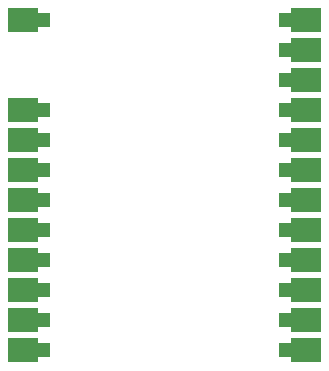
<source format=gbr>
%TF.GenerationSoftware,KiCad,Pcbnew,9.0.1+dfsg-1*%
%TF.CreationDate,2025-05-01T10:59:25+02:00*%
%TF.ProjectId,bluetooth,626c7565-746f-46f7-9468-2e6b69636164,rev?*%
%TF.SameCoordinates,Original*%
%TF.FileFunction,Soldermask,Bot*%
%TF.FilePolarity,Negative*%
%FSLAX46Y46*%
G04 Gerber Fmt 4.6, Leading zero omitted, Abs format (unit mm)*
G04 Created by KiCad (PCBNEW 9.0.1+dfsg-1) date 2025-05-01 10:59:25*
%MOMM*%
%LPD*%
G01*
G04 APERTURE LIST*
G04 Aperture macros list*
%AMRoundRect*
0 Rectangle with rounded corners*
0 $1 Rounding radius*
0 $2 $3 $4 $5 $6 $7 $8 $9 X,Y pos of 4 corners*
0 Add a 4 corners polygon primitive as box body*
4,1,4,$2,$3,$4,$5,$6,$7,$8,$9,$2,$3,0*
0 Add four circle primitives for the rounded corners*
1,1,$1+$1,$2,$3*
1,1,$1+$1,$4,$5*
1,1,$1+$1,$6,$7*
1,1,$1+$1,$8,$9*
0 Add four rect primitives between the rounded corners*
20,1,$1+$1,$2,$3,$4,$5,0*
20,1,$1+$1,$4,$5,$6,$7,0*
20,1,$1+$1,$6,$7,$8,$9,0*
20,1,$1+$1,$8,$9,$2,$3,0*%
G04 Aperture macros list end*
%ADD10R,2.540000X2.000000*%
%ADD11RoundRect,0.250000X0.375000X0.375000X-0.375000X0.375000X-0.375000X-0.375000X0.375000X-0.375000X0*%
G04 APERTURE END LIST*
D10*
%TO.C,M1*%
X96969000Y-57658000D03*
D11*
X98669000Y-57658000D03*
D10*
X96969000Y-65278000D03*
D11*
X98669000Y-65278000D03*
D10*
X96969000Y-67818000D03*
D11*
X98669000Y-67818000D03*
D10*
X96969000Y-70358000D03*
D11*
X98669000Y-70358000D03*
D10*
X96969000Y-72898000D03*
D11*
X98669000Y-72898000D03*
D10*
X96969000Y-75438000D03*
D11*
X98669000Y-75438000D03*
D10*
X96969000Y-77978000D03*
D11*
X98669000Y-77978000D03*
D10*
X96969000Y-80518000D03*
D11*
X98669000Y-80518000D03*
D10*
X96969000Y-83058000D03*
D11*
X98669000Y-83058000D03*
D10*
X96969000Y-85598000D03*
D11*
X98669000Y-85598000D03*
X119269000Y-57658000D03*
D10*
X120969000Y-57658000D03*
D11*
X119269000Y-60198000D03*
D10*
X120969000Y-60198000D03*
D11*
X119269000Y-62738000D03*
D10*
X120969000Y-62738000D03*
D11*
X119269000Y-65278000D03*
D10*
X120969000Y-65278000D03*
D11*
X119269000Y-67818000D03*
D10*
X120969000Y-67818000D03*
D11*
X119269000Y-70358000D03*
D10*
X120969000Y-70358000D03*
D11*
X119269000Y-72898000D03*
D10*
X120969000Y-72898000D03*
D11*
X119269000Y-75438000D03*
D10*
X120969000Y-75438000D03*
D11*
X119269000Y-77978000D03*
D10*
X120969000Y-77978000D03*
D11*
X119269000Y-80518000D03*
D10*
X120969000Y-80518000D03*
D11*
X119269000Y-83058000D03*
D10*
X120969000Y-83058000D03*
D11*
X119269000Y-85598000D03*
D10*
X120969000Y-85598000D03*
%TD*%
M02*

</source>
